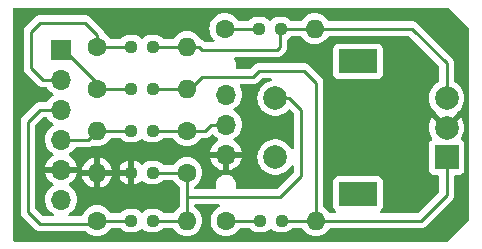
<source format=gbr>
%TF.GenerationSoftware,KiCad,Pcbnew,7.0.2*%
%TF.CreationDate,2023-05-26T20:55:18+09:00*%
%TF.ProjectId,Pmod_encoder,506d6f64-5f65-46e6-936f-6465722e6b69,rev?*%
%TF.SameCoordinates,Original*%
%TF.FileFunction,Copper,L1,Top*%
%TF.FilePolarity,Positive*%
%FSLAX46Y46*%
G04 Gerber Fmt 4.6, Leading zero omitted, Abs format (unit mm)*
G04 Created by KiCad (PCBNEW 7.0.2) date 2023-05-26 20:55:18*
%MOMM*%
%LPD*%
G01*
G04 APERTURE LIST*
G04 Aperture macros list*
%AMRoundRect*
0 Rectangle with rounded corners*
0 $1 Rounding radius*
0 $2 $3 $4 $5 $6 $7 $8 $9 X,Y pos of 4 corners*
0 Add a 4 corners polygon primitive as box body*
4,1,4,$2,$3,$4,$5,$6,$7,$8,$9,$2,$3,0*
0 Add four circle primitives for the rounded corners*
1,1,$1+$1,$2,$3*
1,1,$1+$1,$4,$5*
1,1,$1+$1,$6,$7*
1,1,$1+$1,$8,$9*
0 Add four rect primitives between the rounded corners*
20,1,$1+$1,$2,$3,$4,$5,0*
20,1,$1+$1,$4,$5,$6,$7,0*
20,1,$1+$1,$6,$7,$8,$9,0*
20,1,$1+$1,$8,$9,$2,$3,0*%
G04 Aperture macros list end*
%TA.AperFunction,ComponentPad*%
%ADD10R,1.700000X1.700000*%
%TD*%
%TA.AperFunction,ComponentPad*%
%ADD11O,1.700000X1.700000*%
%TD*%
%TA.AperFunction,ComponentPad*%
%ADD12C,1.600000*%
%TD*%
%TA.AperFunction,SMDPad,CuDef*%
%ADD13RoundRect,0.237500X0.250000X0.237500X-0.250000X0.237500X-0.250000X-0.237500X0.250000X-0.237500X0*%
%TD*%
%TA.AperFunction,ComponentPad*%
%ADD14O,1.600000X1.600000*%
%TD*%
%TA.AperFunction,SMDPad,CuDef*%
%ADD15RoundRect,0.237500X-0.250000X-0.237500X0.250000X-0.237500X0.250000X0.237500X-0.250000X0.237500X0*%
%TD*%
%TA.AperFunction,ComponentPad*%
%ADD16R,2.000000X2.000000*%
%TD*%
%TA.AperFunction,ComponentPad*%
%ADD17C,2.000000*%
%TD*%
%TA.AperFunction,ComponentPad*%
%ADD18R,3.200000X2.000000*%
%TD*%
%TA.AperFunction,ViaPad*%
%ADD19C,0.800000*%
%TD*%
%TA.AperFunction,Conductor*%
%ADD20C,0.250000*%
%TD*%
G04 APERTURE END LIST*
D10*
%TO.P,J1,1,Pin_1*%
%TO.N,Net-(J1-Pin_1)*%
X102624000Y-86868000D03*
D11*
%TO.P,J1,2,Pin_2*%
%TO.N,Net-(J1-Pin_2)*%
X102624000Y-89408000D03*
%TO.P,J1,3,Pin_3*%
%TO.N,Net-(J1-Pin_3)*%
X102624000Y-91948000D03*
%TO.P,J1,4,Pin_4*%
%TO.N,Net-(J1-Pin_4)*%
X102624000Y-94488000D03*
%TO.P,J1,5,Pin_5*%
%TO.N,GND*%
X102624000Y-97028000D03*
%TO.P,J1,6,Pin_6*%
%TO.N,VCC*%
X102624000Y-99568000D03*
%TD*%
D12*
%TO.P,R1,1*%
%TO.N,Net-(SW1-B)*%
X113284000Y-93726000D03*
D13*
X110386500Y-93726000D03*
%TO.P,R1,2*%
%TO.N,Net-(J1-Pin_4)*%
X108561500Y-93726000D03*
D14*
X105664000Y-93726000D03*
%TD*%
D12*
%TO.P,R7,1*%
%TO.N,VCC*%
X116586000Y-101346000D03*
D15*
X119483500Y-101346000D03*
%TO.P,R7,2*%
%TO.N,Net-(R3-Pad2)*%
X121308500Y-101346000D03*
D14*
X124206000Y-101346000D03*
%TD*%
D12*
%TO.P,R4,1*%
%TO.N,Net-(J1-Pin_3)*%
X105664000Y-101346000D03*
D15*
X108561500Y-101346000D03*
%TO.P,R4,2*%
%TO.N,Net-(R4-Pad2)*%
X110386500Y-101346000D03*
D14*
X113284000Y-101346000D03*
%TD*%
D12*
%TO.P,R6,1*%
%TO.N,Net-(R4-Pad2)*%
X113284000Y-97282000D03*
D13*
X110386500Y-97282000D03*
%TO.P,R6,2*%
%TO.N,GND*%
X108561500Y-97282000D03*
D14*
X105664000Y-97282000D03*
%TD*%
D12*
%TO.P,R3,1*%
%TO.N,Net-(J1-Pin_1)*%
X105664000Y-90170000D03*
D15*
X108561500Y-90170000D03*
%TO.P,R3,2*%
%TO.N,Net-(R3-Pad2)*%
X110386500Y-90170000D03*
D14*
X113284000Y-90170000D03*
%TD*%
D12*
%TO.P,R5,1*%
%TO.N,VCC*%
X116482500Y-85090000D03*
D15*
X119380000Y-85090000D03*
%TO.P,R5,2*%
%TO.N,Net-(R2-Pad2)*%
X121205000Y-85090000D03*
D14*
X124102500Y-85090000D03*
%TD*%
D11*
%TO.P,SW1,1,A*%
%TO.N,VCC*%
X116586000Y-90678000D03*
%TO.P,SW1,2,B*%
%TO.N,Net-(SW1-B)*%
X116586000Y-93218000D03*
%TO.P,SW1,3,C*%
%TO.N,GND*%
X116586000Y-95758000D03*
%TD*%
D12*
%TO.P,R2,1*%
%TO.N,Net-(J1-Pin_2)*%
X105664000Y-86614000D03*
D15*
X108561500Y-86614000D03*
%TO.P,R2,2*%
%TO.N,Net-(R2-Pad2)*%
X110386500Y-86614000D03*
D14*
X113284000Y-86614000D03*
%TD*%
D16*
%TO.P,SW2,A,A*%
%TO.N,Net-(R3-Pad2)*%
X135262000Y-95972000D03*
D17*
%TO.P,SW2,B,B*%
%TO.N,Net-(R2-Pad2)*%
X135262000Y-90972000D03*
%TO.P,SW2,C,C*%
%TO.N,GND*%
X135262000Y-93472000D03*
D18*
%TO.P,SW2,MP*%
%TO.N,N/C*%
X127762000Y-99072000D03*
X127762000Y-87872000D03*
D17*
%TO.P,SW2,S1,S1*%
%TO.N,Net-(R4-Pad2)*%
X120762000Y-90972000D03*
%TO.P,SW2,S2,S2*%
%TO.N,VCC*%
X120762000Y-95972000D03*
%TD*%
D19*
%TO.N,GND*%
X109982000Y-84328000D03*
%TD*%
D20*
%TO.N,Net-(J1-Pin_1)*%
X105664000Y-89662000D02*
X105664000Y-90170000D01*
X102870000Y-86868000D02*
X105664000Y-89662000D01*
X102624000Y-86868000D02*
X102870000Y-86868000D01*
X105664000Y-90170000D02*
X108307500Y-90170000D01*
X108307500Y-90170000D02*
X108561500Y-90424000D01*
%TO.N,Net-(J1-Pin_2)*%
X105664000Y-85598000D02*
X105664000Y-86614000D01*
X100076000Y-88392000D02*
X100076000Y-85344000D01*
X108307500Y-86614000D02*
X108561500Y-86868000D01*
X100076000Y-85344000D02*
X100838000Y-84582000D01*
X100838000Y-84582000D02*
X104648000Y-84582000D01*
X104648000Y-84582000D02*
X105664000Y-85598000D01*
X101092000Y-89408000D02*
X100076000Y-88392000D01*
X105664000Y-86614000D02*
X108307500Y-86614000D01*
X102624000Y-89408000D02*
X101092000Y-89408000D01*
%TO.N,Net-(J1-Pin_3)*%
X99822000Y-100584000D02*
X100838000Y-101600000D01*
X102624000Y-91948000D02*
X100838000Y-91948000D01*
X105156000Y-101600000D02*
X105410000Y-101346000D01*
X100838000Y-101600000D02*
X105156000Y-101600000D01*
X99822000Y-92964000D02*
X99822000Y-100584000D01*
X105410000Y-101346000D02*
X108561500Y-101346000D01*
X100838000Y-91948000D02*
X99822000Y-92964000D01*
%TO.N,Net-(J1-Pin_4)*%
X105664000Y-93726000D02*
X108307500Y-93726000D01*
X108307500Y-93726000D02*
X108561500Y-93980000D01*
X104902000Y-94488000D02*
X105664000Y-93726000D01*
X102624000Y-94488000D02*
X104902000Y-94488000D01*
%TO.N,GND*%
X108307500Y-97282000D02*
X108561500Y-97536000D01*
X105664000Y-97536000D02*
X105918000Y-97282000D01*
X105918000Y-97282000D02*
X108307500Y-97282000D01*
%TO.N,VCC*%
X116482500Y-85090000D02*
X119380000Y-85090000D01*
X116586000Y-101346000D02*
X119483500Y-101346000D01*
%TO.N,Net-(SW1-B)*%
X110640500Y-93726000D02*
X114808000Y-93726000D01*
X115316000Y-93218000D02*
X116586000Y-93218000D01*
X114808000Y-93726000D02*
X115316000Y-93218000D01*
X110386500Y-93980000D02*
X110640500Y-93726000D01*
%TO.N,Net-(R2-Pad2)*%
X114300000Y-86614000D02*
X114554000Y-86868000D01*
X121158000Y-85137000D02*
X121205000Y-85090000D01*
X135262000Y-88018000D02*
X135262000Y-90972000D01*
X121158000Y-86614000D02*
X121158000Y-85137000D01*
X124102500Y-85090000D02*
X132334000Y-85090000D01*
X110640500Y-86614000D02*
X114300000Y-86614000D01*
X114554000Y-86868000D02*
X120904000Y-86868000D01*
X121205000Y-85090000D02*
X124102500Y-85090000D01*
X120904000Y-86868000D02*
X121158000Y-86614000D01*
X132334000Y-85090000D02*
X135262000Y-88018000D01*
X110386500Y-86868000D02*
X110640500Y-86614000D01*
%TO.N,Net-(R3-Pad2)*%
X114554000Y-89154000D02*
X118872000Y-89154000D01*
X118872000Y-89154000D02*
X119380000Y-88646000D01*
X110386500Y-90424000D02*
X110640500Y-90170000D01*
X113538000Y-90170000D02*
X114554000Y-89154000D01*
X123190000Y-88646000D02*
X124206000Y-89662000D01*
X119380000Y-88646000D02*
X123190000Y-88646000D01*
X133096000Y-101346000D02*
X135262000Y-99180000D01*
X124206000Y-89662000D02*
X124206000Y-101346000D01*
X124206000Y-101346000D02*
X133096000Y-101346000D01*
X110640500Y-90170000D02*
X113538000Y-90170000D01*
X121308500Y-101346000D02*
X124206000Y-101346000D01*
X135262000Y-99180000D02*
X135262000Y-95972000D01*
%TO.N,Net-(R4-Pad2)*%
X122936000Y-97536000D02*
X122936000Y-91948000D01*
X113284000Y-97282000D02*
X113284000Y-99314000D01*
X121960000Y-90972000D02*
X120762000Y-90972000D01*
X113284000Y-99314000D02*
X121158000Y-99314000D01*
X110640500Y-101346000D02*
X113284000Y-101346000D01*
X110386500Y-97536000D02*
X110640500Y-97282000D01*
X113284000Y-101346000D02*
X113284000Y-99314000D01*
X122936000Y-91948000D02*
X121960000Y-90972000D01*
X110640500Y-97282000D02*
X113284000Y-97282000D01*
X121158000Y-99314000D02*
X122936000Y-97536000D01*
%TD*%
%TA.AperFunction,Conductor*%
%TO.N,GND*%
G36*
X101415812Y-92593185D02*
G01*
X101450345Y-92626373D01*
X101585505Y-92819401D01*
X101752599Y-92986495D01*
X101938160Y-93116426D01*
X101981783Y-93171002D01*
X101988976Y-93240501D01*
X101957454Y-93302855D01*
X101938159Y-93319575D01*
X101752595Y-93449508D01*
X101585505Y-93616598D01*
X101449965Y-93810170D01*
X101350097Y-94024336D01*
X101288936Y-94252592D01*
X101268340Y-94488000D01*
X101288936Y-94723407D01*
X101332750Y-94886921D01*
X101350097Y-94951663D01*
X101449965Y-95165830D01*
X101585505Y-95359401D01*
X101752599Y-95526495D01*
X101938596Y-95656732D01*
X101982219Y-95711307D01*
X101989412Y-95780806D01*
X101957890Y-95843160D01*
X101938595Y-95859880D01*
X101752919Y-95989892D01*
X101585890Y-96156921D01*
X101450400Y-96350421D01*
X101350569Y-96564507D01*
X101293364Y-96777999D01*
X101293364Y-96778000D01*
X102190314Y-96778000D01*
X102164507Y-96818156D01*
X102124000Y-96956111D01*
X102124000Y-97099889D01*
X102164507Y-97237844D01*
X102190314Y-97278000D01*
X101293364Y-97278000D01*
X101350569Y-97491492D01*
X101450399Y-97705576D01*
X101585893Y-97899081D01*
X101752918Y-98066106D01*
X101938595Y-98196119D01*
X101982219Y-98250696D01*
X101989412Y-98320195D01*
X101957890Y-98382549D01*
X101938595Y-98399269D01*
X101752595Y-98529508D01*
X101585505Y-98696598D01*
X101449965Y-98890170D01*
X101350097Y-99104336D01*
X101288936Y-99332592D01*
X101268340Y-99568000D01*
X101288936Y-99803407D01*
X101326009Y-99941764D01*
X101350097Y-100031663D01*
X101449965Y-100245830D01*
X101585505Y-100439401D01*
X101752599Y-100606495D01*
X101946170Y-100742035D01*
X101946173Y-100742036D01*
X101955057Y-100748257D01*
X101952855Y-100751401D01*
X101990202Y-100784277D01*
X102009362Y-100851468D01*
X101989155Y-100918352D01*
X101935995Y-100963693D01*
X101885366Y-100974500D01*
X101148452Y-100974500D01*
X101081413Y-100954815D01*
X101060771Y-100938181D01*
X100483819Y-100361228D01*
X100450334Y-100299905D01*
X100447500Y-100273547D01*
X100447500Y-93274452D01*
X100467185Y-93207413D01*
X100483819Y-93186771D01*
X101060772Y-92609819D01*
X101122095Y-92576334D01*
X101148453Y-92573500D01*
X101348773Y-92573500D01*
X101415812Y-92593185D01*
G37*
%TD.AperFunction*%
%TA.AperFunction,Conductor*%
G36*
X120418135Y-89291185D02*
G01*
X120463890Y-89343989D01*
X120473834Y-89413147D01*
X120444809Y-89476703D01*
X120391359Y-89512781D01*
X120157194Y-89593170D01*
X120157190Y-89593171D01*
X120157190Y-89593172D01*
X120097701Y-89625366D01*
X119938485Y-89711529D01*
X119742259Y-89864259D01*
X119742256Y-89864261D01*
X119742256Y-89864262D01*
X119597798Y-90021185D01*
X119573837Y-90047214D01*
X119437825Y-90255395D01*
X119354002Y-90446494D01*
X119337937Y-90483119D01*
X119304161Y-90616496D01*
X119276891Y-90724183D01*
X119256356Y-90971999D01*
X119276891Y-91219816D01*
X119276891Y-91219819D01*
X119276892Y-91219821D01*
X119337937Y-91460881D01*
X119367644Y-91528605D01*
X119437825Y-91688604D01*
X119437827Y-91688607D01*
X119573836Y-91896785D01*
X119742256Y-92079738D01*
X119742259Y-92079740D01*
X119938485Y-92232470D01*
X119938487Y-92232471D01*
X119938491Y-92232474D01*
X120157190Y-92350828D01*
X120392386Y-92431571D01*
X120637665Y-92472500D01*
X120886335Y-92472500D01*
X121131614Y-92431571D01*
X121366810Y-92350828D01*
X121585509Y-92232474D01*
X121781744Y-92079738D01*
X121886617Y-91965815D01*
X121946503Y-91929825D01*
X122016341Y-91931925D01*
X122065527Y-91962117D01*
X122274181Y-92170771D01*
X122307666Y-92232094D01*
X122310500Y-92258452D01*
X122310499Y-95182241D01*
X122290814Y-95249280D01*
X122238010Y-95295035D01*
X122168852Y-95304979D01*
X122105296Y-95275954D01*
X122082690Y-95250062D01*
X122082179Y-95249280D01*
X121950164Y-95047215D01*
X121781744Y-94864262D01*
X121759612Y-94847036D01*
X121585514Y-94711529D01*
X121585510Y-94711526D01*
X121585509Y-94711526D01*
X121366810Y-94593172D01*
X121366806Y-94593170D01*
X121366805Y-94593170D01*
X121131615Y-94512429D01*
X120886335Y-94471500D01*
X120637665Y-94471500D01*
X120392384Y-94512429D01*
X120157194Y-94593170D01*
X119938485Y-94711529D01*
X119742259Y-94864259D01*
X119742256Y-94864261D01*
X119742256Y-94864262D01*
X119573836Y-95047215D01*
X119553200Y-95078801D01*
X119437825Y-95255395D01*
X119392203Y-95359404D01*
X119337937Y-95483119D01*
X119286532Y-95686111D01*
X119276891Y-95724183D01*
X119256356Y-95972000D01*
X119276891Y-96219816D01*
X119276891Y-96219819D01*
X119276892Y-96219821D01*
X119337937Y-96460881D01*
X119367378Y-96528000D01*
X119437825Y-96688604D01*
X119437827Y-96688607D01*
X119573836Y-96896785D01*
X119742256Y-97079738D01*
X119753686Y-97088634D01*
X119938485Y-97232470D01*
X119938487Y-97232471D01*
X119938491Y-97232474D01*
X120157190Y-97350828D01*
X120392386Y-97431571D01*
X120637665Y-97472500D01*
X120886335Y-97472500D01*
X121131614Y-97431571D01*
X121366810Y-97350828D01*
X121585509Y-97232474D01*
X121781744Y-97079738D01*
X121950164Y-96896785D01*
X122082691Y-96693935D01*
X122135836Y-96648580D01*
X122205068Y-96639156D01*
X122268403Y-96668658D01*
X122305735Y-96727718D01*
X122310499Y-96761758D01*
X122310500Y-97225547D01*
X122290816Y-97292586D01*
X122274181Y-97313228D01*
X120935228Y-98652181D01*
X120873905Y-98685666D01*
X120847547Y-98688500D01*
X117528820Y-98688500D01*
X117461781Y-98668815D01*
X117416026Y-98616011D01*
X117406082Y-98546853D01*
X117408602Y-98537415D01*
X117410329Y-98526879D01*
X117410331Y-98526875D01*
X117440260Y-98344317D01*
X117430245Y-98159593D01*
X117419568Y-98121139D01*
X117380754Y-97981341D01*
X117294100Y-97817896D01*
X117204062Y-97711895D01*
X117174337Y-97676900D01*
X117174336Y-97676899D01*
X117027063Y-97564944D01*
X116859169Y-97487268D01*
X116678497Y-97447500D01*
X116539887Y-97447500D01*
X116536552Y-97447862D01*
X116536546Y-97447863D01*
X116402091Y-97462485D01*
X116226779Y-97521556D01*
X116068262Y-97616931D01*
X115933960Y-97744149D01*
X115830140Y-97897272D01*
X115761669Y-98069121D01*
X115746837Y-98159593D01*
X115732480Y-98247174D01*
X115731740Y-98251685D01*
X115741754Y-98436407D01*
X115768109Y-98531327D01*
X115767077Y-98601189D01*
X115728438Y-98659402D01*
X115664461Y-98687485D01*
X115648629Y-98688500D01*
X114033500Y-98688500D01*
X113966461Y-98668815D01*
X113920706Y-98616011D01*
X113909500Y-98564500D01*
X113909500Y-98496188D01*
X113929185Y-98429149D01*
X113962377Y-98394613D01*
X114036847Y-98342468D01*
X114123139Y-98282047D01*
X114284047Y-98121139D01*
X114414568Y-97934734D01*
X114510739Y-97728496D01*
X114569635Y-97508692D01*
X114589468Y-97282000D01*
X114569635Y-97055308D01*
X114510739Y-96835504D01*
X114414568Y-96629266D01*
X114414439Y-96629081D01*
X114284046Y-96442859D01*
X114123140Y-96281953D01*
X113936735Y-96151432D01*
X113730497Y-96055261D01*
X113510689Y-95996364D01*
X113283999Y-95976531D01*
X113057310Y-95996364D01*
X112837502Y-96055261D01*
X112631264Y-96151432D01*
X112444859Y-96281953D01*
X112283953Y-96442859D01*
X112171387Y-96603623D01*
X112116811Y-96647248D01*
X112069812Y-96656500D01*
X111333481Y-96656500D01*
X111266442Y-96636815D01*
X111227941Y-96597595D01*
X111219530Y-96583959D01*
X111219340Y-96583650D01*
X111219339Y-96583649D01*
X111219338Y-96583647D01*
X111097352Y-96461661D01*
X110950515Y-96371091D01*
X110786753Y-96316825D01*
X110688809Y-96306819D01*
X110688790Y-96306818D01*
X110685677Y-96306500D01*
X110682528Y-96306500D01*
X110090473Y-96306500D01*
X110090453Y-96306500D01*
X110087324Y-96306501D01*
X110084192Y-96306820D01*
X110084190Y-96306821D01*
X109986247Y-96316825D01*
X109822484Y-96371091D01*
X109675649Y-96461660D01*
X109561327Y-96575982D01*
X109500004Y-96609466D01*
X109430312Y-96604482D01*
X109385965Y-96575981D01*
X109272040Y-96462056D01*
X109125301Y-96371546D01*
X108961651Y-96317318D01*
X108863777Y-96307319D01*
X108857500Y-96307000D01*
X108811500Y-96307000D01*
X108811500Y-98256999D01*
X108857497Y-98256999D01*
X108863779Y-98256678D01*
X108961650Y-98246681D01*
X109125301Y-98192453D01*
X109272037Y-98101944D01*
X109385964Y-97988018D01*
X109447287Y-97954533D01*
X109516979Y-97959517D01*
X109561327Y-97988018D01*
X109675647Y-98102338D01*
X109822484Y-98192908D01*
X109986246Y-98247174D01*
X110084190Y-98257180D01*
X110084191Y-98257180D01*
X110087323Y-98257500D01*
X110685676Y-98257499D01*
X110786753Y-98247174D01*
X110950516Y-98192908D01*
X111097350Y-98102340D01*
X111219340Y-97980350D01*
X111227941Y-97966404D01*
X111279889Y-97919679D01*
X111333481Y-97907500D01*
X112069812Y-97907500D01*
X112136851Y-97927185D01*
X112171387Y-97960377D01*
X112283953Y-98121140D01*
X112444859Y-98282046D01*
X112605622Y-98394612D01*
X112649247Y-98449188D01*
X112658499Y-98496187D01*
X112658500Y-99234980D01*
X112658500Y-99243151D01*
X112656304Y-99266385D01*
X112654772Y-99274413D01*
X112658254Y-99329759D01*
X112658499Y-99337544D01*
X112658499Y-100131813D01*
X112638814Y-100198852D01*
X112605622Y-100233388D01*
X112444859Y-100345953D01*
X112283953Y-100506859D01*
X112171387Y-100667623D01*
X112116811Y-100711248D01*
X112069812Y-100720500D01*
X111333481Y-100720500D01*
X111266442Y-100700815D01*
X111227941Y-100661595D01*
X111219338Y-100647647D01*
X111097352Y-100525661D01*
X110950515Y-100435091D01*
X110786753Y-100380825D01*
X110688809Y-100370819D01*
X110688790Y-100370818D01*
X110685677Y-100370500D01*
X110682528Y-100370500D01*
X110090473Y-100370500D01*
X110090453Y-100370500D01*
X110087324Y-100370501D01*
X110084192Y-100370820D01*
X110084190Y-100370821D01*
X109986247Y-100380825D01*
X109822484Y-100435091D01*
X109675649Y-100525660D01*
X109561681Y-100639628D01*
X109500358Y-100673112D01*
X109430666Y-100668128D01*
X109386319Y-100639628D01*
X109272350Y-100525660D01*
X109125515Y-100435091D01*
X108961753Y-100380825D01*
X108863809Y-100370819D01*
X108863790Y-100370818D01*
X108860677Y-100370500D01*
X108857528Y-100370500D01*
X108265473Y-100370500D01*
X108265453Y-100370500D01*
X108262324Y-100370501D01*
X108259192Y-100370820D01*
X108259190Y-100370821D01*
X108161247Y-100380825D01*
X107997484Y-100435091D01*
X107850647Y-100525661D01*
X107728661Y-100647647D01*
X107720059Y-100661595D01*
X107668111Y-100708321D01*
X107614519Y-100720500D01*
X106878188Y-100720500D01*
X106811149Y-100700815D01*
X106776613Y-100667623D01*
X106664046Y-100506859D01*
X106503140Y-100345953D01*
X106316735Y-100215432D01*
X106110497Y-100119261D01*
X105890689Y-100060364D01*
X105664000Y-100040531D01*
X105437310Y-100060364D01*
X105217502Y-100119261D01*
X105011264Y-100215432D01*
X104824859Y-100345953D01*
X104663953Y-100506859D01*
X104533432Y-100693264D01*
X104435675Y-100902905D01*
X104389502Y-100955344D01*
X104323293Y-100974500D01*
X103362634Y-100974500D01*
X103295595Y-100954815D01*
X103249840Y-100902011D01*
X103239896Y-100832853D01*
X103268921Y-100769297D01*
X103294276Y-100750161D01*
X103292943Y-100748257D01*
X103301826Y-100742036D01*
X103301830Y-100742035D01*
X103495401Y-100606495D01*
X103662495Y-100439401D01*
X103798035Y-100245830D01*
X103897903Y-100031663D01*
X103959063Y-99803408D01*
X103979659Y-99568000D01*
X103959063Y-99332592D01*
X103897903Y-99104337D01*
X103798035Y-98890171D01*
X103662495Y-98696599D01*
X103495401Y-98529505D01*
X103309402Y-98399267D01*
X103265780Y-98344692D01*
X103258587Y-98275193D01*
X103290109Y-98212839D01*
X103309405Y-98196119D01*
X103495078Y-98066109D01*
X103662106Y-97899081D01*
X103797600Y-97705576D01*
X103878541Y-97532000D01*
X104385128Y-97532000D01*
X104437733Y-97728326D01*
X104533865Y-97934480D01*
X104664341Y-98120819D01*
X104825180Y-98281658D01*
X105011519Y-98412134D01*
X105217673Y-98508266D01*
X105413999Y-98560871D01*
X105414000Y-98560871D01*
X105414000Y-97597686D01*
X105425955Y-97609641D01*
X105538852Y-97667165D01*
X105632519Y-97682000D01*
X105695481Y-97682000D01*
X105789148Y-97667165D01*
X105902045Y-97609641D01*
X105914000Y-97597686D01*
X105914000Y-98560871D01*
X106110326Y-98508266D01*
X106316480Y-98412134D01*
X106502819Y-98281658D01*
X106663658Y-98120819D01*
X106794134Y-97934480D01*
X106890266Y-97728326D01*
X106942872Y-97532000D01*
X107574001Y-97532000D01*
X107574001Y-97565497D01*
X107574321Y-97571779D01*
X107584318Y-97669650D01*
X107638546Y-97833301D01*
X107729056Y-97980040D01*
X107850959Y-98101943D01*
X107997698Y-98192453D01*
X108161348Y-98246681D01*
X108259203Y-98256678D01*
X108265520Y-98256999D01*
X108311499Y-98256999D01*
X108311500Y-98256998D01*
X108311500Y-97532000D01*
X107574001Y-97532000D01*
X106942872Y-97532000D01*
X105979686Y-97532000D01*
X105991641Y-97520045D01*
X106049165Y-97407148D01*
X106068986Y-97282000D01*
X106049165Y-97156852D01*
X105991641Y-97043955D01*
X105979686Y-97032000D01*
X106942872Y-97032000D01*
X107574000Y-97032000D01*
X108311500Y-97032000D01*
X108311500Y-96307000D01*
X108265503Y-96307000D01*
X108259219Y-96307321D01*
X108161349Y-96317318D01*
X107997698Y-96371546D01*
X107850959Y-96462056D01*
X107729056Y-96583959D01*
X107638546Y-96730698D01*
X107584318Y-96894348D01*
X107574319Y-96992222D01*
X107574000Y-96998500D01*
X107574000Y-97032000D01*
X106942872Y-97032000D01*
X106942871Y-97031999D01*
X106890266Y-96835673D01*
X106794134Y-96629519D01*
X106663658Y-96443180D01*
X106502819Y-96282341D01*
X106316480Y-96151865D01*
X106110326Y-96055733D01*
X105914000Y-96003126D01*
X105914000Y-96966314D01*
X105902045Y-96954359D01*
X105789148Y-96896835D01*
X105695481Y-96882000D01*
X105632519Y-96882000D01*
X105538852Y-96896835D01*
X105425955Y-96954359D01*
X105413999Y-96966314D01*
X105413999Y-96003127D01*
X105413999Y-96003126D01*
X105217673Y-96055733D01*
X105011519Y-96151865D01*
X104825180Y-96282341D01*
X104664341Y-96443180D01*
X104533865Y-96629519D01*
X104437733Y-96835673D01*
X104385128Y-97031999D01*
X104385128Y-97032000D01*
X105348314Y-97032000D01*
X105336359Y-97043955D01*
X105278835Y-97156852D01*
X105259014Y-97282000D01*
X105278835Y-97407148D01*
X105336359Y-97520045D01*
X105348314Y-97532000D01*
X104385128Y-97532000D01*
X103878541Y-97532000D01*
X103897430Y-97491492D01*
X103954636Y-97278000D01*
X103057686Y-97278000D01*
X103083493Y-97237844D01*
X103124000Y-97099889D01*
X103124000Y-96956111D01*
X103083493Y-96818156D01*
X103057686Y-96778000D01*
X103954636Y-96778000D01*
X103954635Y-96777999D01*
X103897430Y-96564507D01*
X103797599Y-96350421D01*
X103662109Y-96156921D01*
X103495081Y-95989893D01*
X103309404Y-95859880D01*
X103265780Y-95805303D01*
X103258587Y-95735804D01*
X103290109Y-95673450D01*
X103309399Y-95656734D01*
X103495401Y-95526495D01*
X103662495Y-95359401D01*
X103797653Y-95166374D01*
X103852229Y-95122752D01*
X103899227Y-95113500D01*
X104819256Y-95113500D01*
X104839762Y-95115764D01*
X104842665Y-95115672D01*
X104842667Y-95115673D01*
X104909872Y-95113561D01*
X104913768Y-95113500D01*
X104937448Y-95113500D01*
X104941350Y-95113500D01*
X104945313Y-95112999D01*
X104956962Y-95112080D01*
X105000627Y-95110709D01*
X105019859Y-95105120D01*
X105038918Y-95101174D01*
X105045196Y-95100381D01*
X105058792Y-95098664D01*
X105099407Y-95082582D01*
X105110444Y-95078803D01*
X105152390Y-95066618D01*
X105169629Y-95056422D01*
X105187102Y-95047862D01*
X105205732Y-95040486D01*
X105241064Y-95014814D01*
X105250820Y-95008405D01*
X105260344Y-95002773D01*
X105328065Y-94985590D01*
X105355553Y-94989729D01*
X105437308Y-95011635D01*
X105664000Y-95031468D01*
X105890692Y-95011635D01*
X106110496Y-94952739D01*
X106316734Y-94856568D01*
X106503139Y-94726047D01*
X106664047Y-94565139D01*
X106729764Y-94471284D01*
X106776613Y-94404377D01*
X106831189Y-94360752D01*
X106878188Y-94351500D01*
X107614519Y-94351500D01*
X107681558Y-94371185D01*
X107720059Y-94410405D01*
X107728661Y-94424352D01*
X107850647Y-94546338D01*
X107850649Y-94546339D01*
X107850650Y-94546340D01*
X107926577Y-94593172D01*
X107997484Y-94636908D01*
X108161246Y-94691174D01*
X108259190Y-94701180D01*
X108259191Y-94701180D01*
X108262323Y-94701500D01*
X108860676Y-94701499D01*
X108961753Y-94691174D01*
X109125516Y-94636908D01*
X109272350Y-94546340D01*
X109326787Y-94491903D01*
X109386319Y-94432372D01*
X109447642Y-94398887D01*
X109517334Y-94403871D01*
X109561681Y-94432372D01*
X109675647Y-94546338D01*
X109675649Y-94546339D01*
X109675650Y-94546340D01*
X109751577Y-94593172D01*
X109822484Y-94636908D01*
X109986246Y-94691174D01*
X110084190Y-94701180D01*
X110084191Y-94701180D01*
X110087323Y-94701500D01*
X110685676Y-94701499D01*
X110786753Y-94691174D01*
X110950516Y-94636908D01*
X111097350Y-94546340D01*
X111219340Y-94424350D01*
X111227941Y-94410404D01*
X111279889Y-94363679D01*
X111333481Y-94351500D01*
X112069812Y-94351500D01*
X112136851Y-94371185D01*
X112171387Y-94404377D01*
X112283953Y-94565140D01*
X112444859Y-94726046D01*
X112631264Y-94856567D01*
X112631265Y-94856567D01*
X112631266Y-94856568D01*
X112837504Y-94952739D01*
X113057308Y-95011635D01*
X113208435Y-95024857D01*
X113283999Y-95031468D01*
X113283999Y-95031467D01*
X113284000Y-95031468D01*
X113510692Y-95011635D01*
X113730496Y-94952739D01*
X113936734Y-94856568D01*
X114123139Y-94726047D01*
X114284047Y-94565139D01*
X114349764Y-94471284D01*
X114396613Y-94404377D01*
X114451189Y-94360752D01*
X114498188Y-94351500D01*
X114725256Y-94351500D01*
X114745762Y-94353764D01*
X114748665Y-94353672D01*
X114748667Y-94353673D01*
X114815872Y-94351561D01*
X114819768Y-94351500D01*
X114843448Y-94351500D01*
X114847350Y-94351500D01*
X114851313Y-94350999D01*
X114862962Y-94350080D01*
X114906627Y-94348709D01*
X114925859Y-94343120D01*
X114944918Y-94339174D01*
X114951196Y-94338381D01*
X114964792Y-94336664D01*
X115005407Y-94320582D01*
X115016444Y-94316803D01*
X115058390Y-94304618D01*
X115075629Y-94294422D01*
X115093102Y-94285862D01*
X115111732Y-94278486D01*
X115147064Y-94252814D01*
X115156830Y-94246400D01*
X115194418Y-94224171D01*
X115194417Y-94224171D01*
X115194420Y-94224170D01*
X115208585Y-94210004D01*
X115223373Y-94197373D01*
X115239587Y-94185594D01*
X115267429Y-94151938D01*
X115275281Y-94143307D01*
X115353102Y-94065486D01*
X115414421Y-94032004D01*
X115484113Y-94036988D01*
X115540047Y-94078859D01*
X115542352Y-94082043D01*
X115547503Y-94089399D01*
X115547505Y-94089400D01*
X115547505Y-94089401D01*
X115714599Y-94256495D01*
X115900596Y-94386732D01*
X115944219Y-94441307D01*
X115951412Y-94510806D01*
X115919890Y-94573160D01*
X115900595Y-94589880D01*
X115714919Y-94719892D01*
X115547890Y-94886921D01*
X115412400Y-95080421D01*
X115312569Y-95294507D01*
X115255364Y-95507999D01*
X115255364Y-95508000D01*
X116152314Y-95508000D01*
X116126507Y-95548156D01*
X116086000Y-95686111D01*
X116086000Y-95829889D01*
X116126507Y-95967844D01*
X116152314Y-96008000D01*
X115255364Y-96008000D01*
X115312569Y-96221492D01*
X115412399Y-96435576D01*
X115547893Y-96629081D01*
X115714918Y-96796106D01*
X115908423Y-96931600D01*
X116122509Y-97031430D01*
X116336000Y-97088634D01*
X116336000Y-96193501D01*
X116443685Y-96242680D01*
X116550237Y-96258000D01*
X116621763Y-96258000D01*
X116728315Y-96242680D01*
X116835999Y-96193501D01*
X116835999Y-97088633D01*
X117049491Y-97031430D01*
X117263576Y-96931600D01*
X117457081Y-96796106D01*
X117624106Y-96629081D01*
X117759600Y-96435576D01*
X117859430Y-96221492D01*
X117916636Y-96008000D01*
X117019686Y-96008000D01*
X117045493Y-95967844D01*
X117086000Y-95829889D01*
X117086000Y-95686111D01*
X117045493Y-95548156D01*
X117019686Y-95508000D01*
X117916636Y-95508000D01*
X117916635Y-95507999D01*
X117859430Y-95294507D01*
X117759599Y-95080421D01*
X117624109Y-94886921D01*
X117457081Y-94719893D01*
X117271404Y-94589880D01*
X117227780Y-94535303D01*
X117220587Y-94465804D01*
X117252109Y-94403450D01*
X117271399Y-94386734D01*
X117457401Y-94256495D01*
X117624495Y-94089401D01*
X117760035Y-93895830D01*
X117859903Y-93681663D01*
X117921063Y-93453408D01*
X117941659Y-93218000D01*
X117921063Y-92982592D01*
X117859903Y-92754337D01*
X117760035Y-92540171D01*
X117624495Y-92346599D01*
X117457401Y-92179505D01*
X117271839Y-92049573D01*
X117228216Y-91994998D01*
X117221022Y-91925500D01*
X117252545Y-91863145D01*
X117271837Y-91846428D01*
X117457401Y-91716495D01*
X117624495Y-91549401D01*
X117760035Y-91355830D01*
X117859903Y-91141663D01*
X117921063Y-90913408D01*
X117941659Y-90678000D01*
X117921063Y-90442592D01*
X117859903Y-90214337D01*
X117760035Y-90000171D01*
X117742145Y-89974621D01*
X117719819Y-89908417D01*
X117736829Y-89840650D01*
X117787777Y-89792837D01*
X117843721Y-89779500D01*
X118789256Y-89779500D01*
X118809762Y-89781764D01*
X118812665Y-89781672D01*
X118812667Y-89781673D01*
X118879872Y-89779561D01*
X118883768Y-89779500D01*
X118907448Y-89779500D01*
X118911350Y-89779500D01*
X118915313Y-89778999D01*
X118926962Y-89778080D01*
X118970627Y-89776709D01*
X118989859Y-89771120D01*
X119008918Y-89767174D01*
X119015196Y-89766381D01*
X119028792Y-89764664D01*
X119069407Y-89748582D01*
X119080444Y-89744803D01*
X119122390Y-89732618D01*
X119139629Y-89722422D01*
X119157102Y-89713862D01*
X119175732Y-89706486D01*
X119211064Y-89680814D01*
X119220830Y-89674400D01*
X119258418Y-89652171D01*
X119258417Y-89652171D01*
X119258420Y-89652170D01*
X119272585Y-89638004D01*
X119287373Y-89625373D01*
X119303587Y-89613594D01*
X119331433Y-89579932D01*
X119339274Y-89571314D01*
X119553041Y-89357548D01*
X119602773Y-89307818D01*
X119664097Y-89274334D01*
X119690454Y-89271500D01*
X120351096Y-89271500D01*
X120418135Y-89291185D01*
G37*
%TD.AperFunction*%
%TA.AperFunction,Conductor*%
G36*
X122955351Y-85735185D02*
G01*
X122989887Y-85768377D01*
X123102453Y-85929140D01*
X123263359Y-86090046D01*
X123449764Y-86220567D01*
X123449765Y-86220567D01*
X123449766Y-86220568D01*
X123656004Y-86316739D01*
X123875808Y-86375635D01*
X124009231Y-86387308D01*
X124102499Y-86395468D01*
X124102499Y-86395467D01*
X124102500Y-86395468D01*
X124329192Y-86375635D01*
X124548996Y-86316739D01*
X124755234Y-86220568D01*
X124941639Y-86090047D01*
X125102547Y-85929139D01*
X125215112Y-85768377D01*
X125269689Y-85724752D01*
X125316688Y-85715500D01*
X132023548Y-85715500D01*
X132090587Y-85735185D01*
X132111229Y-85751819D01*
X134600182Y-88240772D01*
X134633666Y-88302093D01*
X134636500Y-88328451D01*
X134636500Y-89530480D01*
X134616815Y-89597519D01*
X134571518Y-89639534D01*
X134438490Y-89711526D01*
X134242259Y-89864259D01*
X134242256Y-89864261D01*
X134242256Y-89864262D01*
X134097798Y-90021185D01*
X134073837Y-90047214D01*
X133937825Y-90255395D01*
X133854002Y-90446494D01*
X133837937Y-90483119D01*
X133804161Y-90616496D01*
X133776891Y-90724183D01*
X133756356Y-90971999D01*
X133776891Y-91219816D01*
X133776891Y-91219819D01*
X133776892Y-91219821D01*
X133837937Y-91460881D01*
X133867644Y-91528605D01*
X133937825Y-91688604D01*
X133937827Y-91688607D01*
X134073836Y-91896785D01*
X134209325Y-92043965D01*
X134242259Y-92079741D01*
X134343374Y-92158442D01*
X134384187Y-92215152D01*
X134388300Y-92244748D01*
X135129466Y-92985913D01*
X135119685Y-92987320D01*
X134988900Y-93047048D01*
X134880239Y-93141202D01*
X134802507Y-93262156D01*
X134778923Y-93342475D01*
X134038564Y-92602116D01*
X133938266Y-92755634D01*
X133838413Y-92983278D01*
X133777386Y-93224267D01*
X133756858Y-93472000D01*
X133777386Y-93719732D01*
X133838413Y-93960721D01*
X133938268Y-94188370D01*
X134050484Y-94360128D01*
X134070672Y-94427018D01*
X134051493Y-94494203D01*
X134020987Y-94527217D01*
X133904454Y-94614453D01*
X133818204Y-94729668D01*
X133767910Y-94864515D01*
X133767909Y-94864517D01*
X133761500Y-94924127D01*
X133761500Y-94927448D01*
X133761500Y-94927449D01*
X133761500Y-97016560D01*
X133761500Y-97016578D01*
X133761501Y-97019872D01*
X133761853Y-97023152D01*
X133761854Y-97023159D01*
X133767909Y-97079484D01*
X133771322Y-97088634D01*
X133818204Y-97214331D01*
X133904454Y-97329546D01*
X134019669Y-97415796D01*
X134154517Y-97466091D01*
X134214127Y-97472500D01*
X134512500Y-97472499D01*
X134579539Y-97492183D01*
X134625294Y-97544987D01*
X134636500Y-97596499D01*
X134636500Y-98869546D01*
X134616815Y-98936585D01*
X134600181Y-98957227D01*
X132873228Y-100684181D01*
X132811905Y-100717666D01*
X132785547Y-100720500D01*
X129703438Y-100720500D01*
X129636399Y-100700815D01*
X129590644Y-100648011D01*
X129580700Y-100578853D01*
X129609725Y-100515297D01*
X129629123Y-100497236D01*
X129719546Y-100429546D01*
X129805796Y-100314331D01*
X129856091Y-100179483D01*
X129862500Y-100119873D01*
X129862499Y-98024128D01*
X129856091Y-97964517D01*
X129805796Y-97829669D01*
X129719546Y-97714454D01*
X129604331Y-97628204D01*
X129469483Y-97577909D01*
X129409873Y-97571500D01*
X129406550Y-97571500D01*
X126117439Y-97571500D01*
X126117420Y-97571500D01*
X126114128Y-97571501D01*
X126110848Y-97571853D01*
X126110840Y-97571854D01*
X126054515Y-97577909D01*
X125919669Y-97628204D01*
X125804454Y-97714454D01*
X125718204Y-97829668D01*
X125667909Y-97964516D01*
X125667175Y-97971348D01*
X125661500Y-98024127D01*
X125661500Y-98027448D01*
X125661500Y-98027449D01*
X125661500Y-100116560D01*
X125661500Y-100116578D01*
X125661501Y-100119872D01*
X125661853Y-100123152D01*
X125661854Y-100123159D01*
X125664170Y-100144703D01*
X125667909Y-100179483D01*
X125718204Y-100314331D01*
X125804454Y-100429546D01*
X125894874Y-100497234D01*
X125936744Y-100553167D01*
X125941728Y-100622858D01*
X125908243Y-100684181D01*
X125846920Y-100717666D01*
X125820562Y-100720500D01*
X125420188Y-100720500D01*
X125353149Y-100700815D01*
X125318613Y-100667623D01*
X125206046Y-100506859D01*
X125045140Y-100345953D01*
X124884377Y-100233387D01*
X124840752Y-100178811D01*
X124831500Y-100131812D01*
X124831500Y-89744743D01*
X124833764Y-89724239D01*
X124833206Y-89706486D01*
X124831561Y-89654111D01*
X124831500Y-89650217D01*
X124831500Y-89626540D01*
X124831500Y-89622650D01*
X124830998Y-89618677D01*
X124830080Y-89607018D01*
X124829885Y-89600799D01*
X124828709Y-89563373D01*
X124823120Y-89544140D01*
X124819174Y-89525082D01*
X124816664Y-89505206D01*
X124800588Y-89464604D01*
X124796804Y-89453553D01*
X124790881Y-89433168D01*
X124784618Y-89411610D01*
X124774414Y-89394355D01*
X124765861Y-89376895D01*
X124764121Y-89372500D01*
X124758486Y-89358268D01*
X124732808Y-89322925D01*
X124726401Y-89313171D01*
X124723235Y-89307818D01*
X124704170Y-89275580D01*
X124690006Y-89261416D01*
X124677367Y-89246617D01*
X124665595Y-89230413D01*
X124631941Y-89202573D01*
X124623299Y-89194709D01*
X124345168Y-88916578D01*
X125661500Y-88916578D01*
X125661501Y-88919872D01*
X125661853Y-88923152D01*
X125661854Y-88923159D01*
X125667909Y-88979484D01*
X125690411Y-89039814D01*
X125718204Y-89114331D01*
X125804454Y-89229546D01*
X125919669Y-89315796D01*
X126054517Y-89366091D01*
X126114127Y-89372500D01*
X129409872Y-89372499D01*
X129469483Y-89366091D01*
X129604331Y-89315796D01*
X129719546Y-89229546D01*
X129805796Y-89114331D01*
X129856091Y-88979483D01*
X129862500Y-88919873D01*
X129862499Y-86824128D01*
X129856091Y-86764517D01*
X129805796Y-86629669D01*
X129719546Y-86514454D01*
X129604331Y-86428204D01*
X129469483Y-86377909D01*
X129409873Y-86371500D01*
X129406550Y-86371500D01*
X126117439Y-86371500D01*
X126117420Y-86371500D01*
X126114128Y-86371501D01*
X126110848Y-86371853D01*
X126110840Y-86371854D01*
X126054515Y-86377909D01*
X125919669Y-86428204D01*
X125804454Y-86514454D01*
X125718204Y-86629668D01*
X125667910Y-86764515D01*
X125667909Y-86764517D01*
X125661500Y-86824127D01*
X125661500Y-86827448D01*
X125661500Y-86827449D01*
X125661500Y-88916560D01*
X125661500Y-88916578D01*
X124345168Y-88916578D01*
X123690802Y-88262211D01*
X123677906Y-88246113D01*
X123626775Y-88198098D01*
X123623978Y-88195387D01*
X123607227Y-88178636D01*
X123604471Y-88175880D01*
X123601290Y-88173412D01*
X123592422Y-88165837D01*
X123560582Y-88135938D01*
X123543024Y-88126285D01*
X123526764Y-88115604D01*
X123510936Y-88103327D01*
X123470851Y-88085980D01*
X123460361Y-88080841D01*
X123422091Y-88059802D01*
X123402691Y-88054821D01*
X123384284Y-88048519D01*
X123365897Y-88040562D01*
X123322758Y-88033729D01*
X123311324Y-88031361D01*
X123269019Y-88020500D01*
X123248984Y-88020500D01*
X123229586Y-88018973D01*
X123222162Y-88017797D01*
X123209805Y-88015840D01*
X123209804Y-88015840D01*
X123183484Y-88018328D01*
X123166325Y-88019950D01*
X123154656Y-88020500D01*
X119462740Y-88020500D01*
X119442236Y-88018236D01*
X119372144Y-88020439D01*
X119368250Y-88020500D01*
X119340650Y-88020500D01*
X119336789Y-88020987D01*
X119336778Y-88020988D01*
X119336645Y-88021005D01*
X119325029Y-88021918D01*
X119281368Y-88023290D01*
X119262129Y-88028880D01*
X119243080Y-88032825D01*
X119223208Y-88035335D01*
X119182593Y-88051415D01*
X119171549Y-88055196D01*
X119129611Y-88067382D01*
X119112364Y-88077581D01*
X119094900Y-88086136D01*
X119076267Y-88093514D01*
X119040926Y-88119189D01*
X119031168Y-88125599D01*
X118993579Y-88147829D01*
X118979410Y-88161998D01*
X118964622Y-88174628D01*
X118948410Y-88186407D01*
X118920570Y-88220059D01*
X118912710Y-88228697D01*
X118649226Y-88492182D01*
X118587906Y-88525666D01*
X118561547Y-88528500D01*
X117528820Y-88528500D01*
X117461781Y-88508815D01*
X117416026Y-88456011D01*
X117406082Y-88386853D01*
X117408602Y-88377415D01*
X117410329Y-88366879D01*
X117410331Y-88366875D01*
X117440260Y-88184317D01*
X117430245Y-87999593D01*
X117425511Y-87982544D01*
X117380754Y-87821341D01*
X117368195Y-87797653D01*
X117303476Y-87675582D01*
X117289466Y-87607133D01*
X117314687Y-87541974D01*
X117371131Y-87500794D01*
X117413032Y-87493500D01*
X120821256Y-87493500D01*
X120841762Y-87495764D01*
X120844665Y-87495672D01*
X120844667Y-87495673D01*
X120911872Y-87493561D01*
X120915768Y-87493500D01*
X120939448Y-87493500D01*
X120943350Y-87493500D01*
X120947313Y-87492999D01*
X120958962Y-87492080D01*
X121002627Y-87490709D01*
X121021859Y-87485120D01*
X121040918Y-87481174D01*
X121048099Y-87480267D01*
X121060792Y-87478664D01*
X121101407Y-87462582D01*
X121112444Y-87458803D01*
X121154390Y-87446618D01*
X121171629Y-87436422D01*
X121189102Y-87427862D01*
X121207732Y-87420486D01*
X121243064Y-87394814D01*
X121252830Y-87388400D01*
X121290418Y-87366171D01*
X121290417Y-87366171D01*
X121290420Y-87366170D01*
X121304585Y-87352004D01*
X121319373Y-87339373D01*
X121335587Y-87327594D01*
X121363437Y-87293927D01*
X121371278Y-87285310D01*
X121541788Y-87114801D01*
X121557887Y-87101904D01*
X121559874Y-87099787D01*
X121559877Y-87099786D01*
X121605935Y-87050738D01*
X121608550Y-87048039D01*
X121628120Y-87028471D01*
X121630585Y-87025292D01*
X121638167Y-87016416D01*
X121668062Y-86984582D01*
X121677717Y-86967018D01*
X121688394Y-86950764D01*
X121700673Y-86934936D01*
X121718018Y-86894852D01*
X121723160Y-86884356D01*
X121744197Y-86846092D01*
X121749179Y-86826684D01*
X121755481Y-86808280D01*
X121763437Y-86789896D01*
X121770269Y-86746752D01*
X121772637Y-86735326D01*
X121783500Y-86693021D01*
X121783499Y-86672992D01*
X121785025Y-86653590D01*
X121788160Y-86633804D01*
X121784050Y-86590324D01*
X121783500Y-86578655D01*
X121783500Y-86061181D01*
X121803185Y-85994142D01*
X121842404Y-85955642D01*
X121877501Y-85933994D01*
X121915850Y-85910340D01*
X122037840Y-85788350D01*
X122046441Y-85774404D01*
X122098389Y-85727679D01*
X122151981Y-85715500D01*
X122888312Y-85715500D01*
X122955351Y-85735185D01*
G37*
%TD.AperFunction*%
%TA.AperFunction,Conductor*%
G36*
X135397469Y-83332185D02*
G01*
X135418111Y-83348819D01*
X137123181Y-85053888D01*
X137156666Y-85115211D01*
X137159500Y-85141569D01*
X137159500Y-101294428D01*
X137139815Y-101361467D01*
X137123181Y-101382109D01*
X135418110Y-103087181D01*
X135356787Y-103120666D01*
X135330429Y-103123500D01*
X98676500Y-103123500D01*
X98609461Y-103103815D01*
X98563706Y-103051011D01*
X98552500Y-102999500D01*
X98552500Y-92944196D01*
X99191840Y-92944196D01*
X99195838Y-92986491D01*
X99195950Y-92987673D01*
X99196500Y-92999343D01*
X99196500Y-100501256D01*
X99194235Y-100521766D01*
X99196439Y-100591872D01*
X99196500Y-100595767D01*
X99196500Y-100623350D01*
X99196988Y-100627219D01*
X99196989Y-100627225D01*
X99197004Y-100627343D01*
X99197918Y-100638967D01*
X99199290Y-100682626D01*
X99204879Y-100701860D01*
X99208825Y-100720916D01*
X99211335Y-100740792D01*
X99227414Y-100781404D01*
X99231197Y-100792451D01*
X99243382Y-100834391D01*
X99253580Y-100851635D01*
X99262136Y-100869100D01*
X99269514Y-100887732D01*
X99269515Y-100887733D01*
X99295180Y-100923059D01*
X99301593Y-100932822D01*
X99323826Y-100970416D01*
X99323829Y-100970419D01*
X99323830Y-100970420D01*
X99337995Y-100984585D01*
X99350627Y-100999375D01*
X99362406Y-101015587D01*
X99396058Y-101043426D01*
X99404699Y-101051289D01*
X100337196Y-101983787D01*
X100350096Y-101999888D01*
X100401223Y-102047900D01*
X100404020Y-102050611D01*
X100423529Y-102070120D01*
X100426709Y-102072587D01*
X100435571Y-102080155D01*
X100467418Y-102110062D01*
X100484972Y-102119712D01*
X100501236Y-102130396D01*
X100512972Y-102139499D01*
X100517064Y-102142673D01*
X100541909Y-102153424D01*
X100557152Y-102160021D01*
X100567631Y-102165154D01*
X100605908Y-102186197D01*
X100625306Y-102191177D01*
X100643708Y-102197477D01*
X100662104Y-102205438D01*
X100705261Y-102212273D01*
X100716664Y-102214634D01*
X100758981Y-102225500D01*
X100779016Y-102225500D01*
X100798413Y-102227026D01*
X100818196Y-102230160D01*
X100861674Y-102226050D01*
X100873344Y-102225500D01*
X104652952Y-102225500D01*
X104719991Y-102245185D01*
X104740628Y-102261814D01*
X104789988Y-102311174D01*
X104824863Y-102346049D01*
X105011264Y-102476567D01*
X105011265Y-102476567D01*
X105011266Y-102476568D01*
X105217504Y-102572739D01*
X105437308Y-102631635D01*
X105664000Y-102651468D01*
X105890692Y-102631635D01*
X106110496Y-102572739D01*
X106316734Y-102476568D01*
X106503139Y-102346047D01*
X106664047Y-102185139D01*
X106742923Y-102072492D01*
X106776613Y-102024377D01*
X106831189Y-101980752D01*
X106878188Y-101971500D01*
X107614519Y-101971500D01*
X107681558Y-101991185D01*
X107720059Y-102030405D01*
X107728661Y-102044352D01*
X107850647Y-102166338D01*
X107850649Y-102166339D01*
X107850650Y-102166340D01*
X107946564Y-102225500D01*
X107997484Y-102256908D01*
X108161246Y-102311174D01*
X108259190Y-102321180D01*
X108259191Y-102321180D01*
X108262323Y-102321500D01*
X108860676Y-102321499D01*
X108961753Y-102311174D01*
X109125516Y-102256908D01*
X109272350Y-102166340D01*
X109386319Y-102052370D01*
X109447640Y-102018887D01*
X109517332Y-102023871D01*
X109561680Y-102052371D01*
X109619371Y-102110061D01*
X109675650Y-102166340D01*
X109771564Y-102225500D01*
X109822484Y-102256908D01*
X109986246Y-102311174D01*
X110084190Y-102321180D01*
X110084191Y-102321180D01*
X110087323Y-102321500D01*
X110685676Y-102321499D01*
X110786753Y-102311174D01*
X110950516Y-102256908D01*
X111097350Y-102166340D01*
X111219340Y-102044350D01*
X111227941Y-102030404D01*
X111279889Y-101983679D01*
X111333481Y-101971500D01*
X112069812Y-101971500D01*
X112136851Y-101991185D01*
X112171387Y-102024377D01*
X112283953Y-102185140D01*
X112444859Y-102346046D01*
X112631264Y-102476567D01*
X112631265Y-102476567D01*
X112631266Y-102476568D01*
X112837504Y-102572739D01*
X113057308Y-102631635D01*
X113208435Y-102644856D01*
X113283999Y-102651468D01*
X113283999Y-102651467D01*
X113284000Y-102651468D01*
X113510692Y-102631635D01*
X113730496Y-102572739D01*
X113936734Y-102476568D01*
X114123139Y-102346047D01*
X114284047Y-102185139D01*
X114414568Y-101998734D01*
X114510739Y-101792496D01*
X114569635Y-101572692D01*
X114589468Y-101346000D01*
X114569635Y-101119308D01*
X114510739Y-100899504D01*
X114414568Y-100693266D01*
X114400457Y-100673112D01*
X114284046Y-100506859D01*
X114123140Y-100345953D01*
X113962377Y-100233387D01*
X113918752Y-100178811D01*
X113909500Y-100131812D01*
X113909500Y-100063500D01*
X113929185Y-99996461D01*
X113981989Y-99950706D01*
X114033500Y-99939500D01*
X115965676Y-99939500D01*
X116032715Y-99959185D01*
X116078470Y-100011989D01*
X116088414Y-100081147D01*
X116059389Y-100144703D01*
X116018081Y-100175881D01*
X116010358Y-100179483D01*
X115933264Y-100215432D01*
X115746859Y-100345953D01*
X115585953Y-100506859D01*
X115455432Y-100693264D01*
X115359261Y-100899502D01*
X115300364Y-101119310D01*
X115280531Y-101345999D01*
X115300364Y-101572689D01*
X115359261Y-101792497D01*
X115455432Y-101998735D01*
X115585953Y-102185140D01*
X115746859Y-102346046D01*
X115933264Y-102476567D01*
X115933265Y-102476567D01*
X115933266Y-102476568D01*
X116139504Y-102572739D01*
X116359308Y-102631635D01*
X116586000Y-102651468D01*
X116812692Y-102631635D01*
X117032496Y-102572739D01*
X117238734Y-102476568D01*
X117425139Y-102346047D01*
X117586047Y-102185139D01*
X117664923Y-102072492D01*
X117698613Y-102024377D01*
X117753189Y-101980752D01*
X117800188Y-101971500D01*
X118536519Y-101971500D01*
X118603558Y-101991185D01*
X118642059Y-102030405D01*
X118650661Y-102044352D01*
X118772647Y-102166338D01*
X118772649Y-102166339D01*
X118772650Y-102166340D01*
X118868564Y-102225500D01*
X118919484Y-102256908D01*
X119083246Y-102311174D01*
X119181190Y-102321180D01*
X119181191Y-102321180D01*
X119184323Y-102321500D01*
X119782676Y-102321499D01*
X119883753Y-102311174D01*
X120047516Y-102256908D01*
X120194350Y-102166340D01*
X120250629Y-102110061D01*
X120308319Y-102052372D01*
X120369642Y-102018887D01*
X120439334Y-102023871D01*
X120483681Y-102052372D01*
X120597647Y-102166338D01*
X120597649Y-102166339D01*
X120597650Y-102166340D01*
X120693564Y-102225500D01*
X120744484Y-102256908D01*
X120908246Y-102311174D01*
X121006190Y-102321180D01*
X121006191Y-102321180D01*
X121009323Y-102321500D01*
X121607676Y-102321499D01*
X121708753Y-102311174D01*
X121872516Y-102256908D01*
X122019350Y-102166340D01*
X122141340Y-102044350D01*
X122149941Y-102030404D01*
X122201889Y-101983679D01*
X122255481Y-101971500D01*
X122991812Y-101971500D01*
X123058851Y-101991185D01*
X123093387Y-102024377D01*
X123205953Y-102185140D01*
X123366859Y-102346046D01*
X123553264Y-102476567D01*
X123553265Y-102476567D01*
X123553266Y-102476568D01*
X123759504Y-102572739D01*
X123979308Y-102631635D01*
X124206000Y-102651468D01*
X124432692Y-102631635D01*
X124652496Y-102572739D01*
X124858734Y-102476568D01*
X125045139Y-102346047D01*
X125206047Y-102185139D01*
X125284923Y-102072492D01*
X125318613Y-102024377D01*
X125373189Y-101980752D01*
X125420188Y-101971500D01*
X133013256Y-101971500D01*
X133033762Y-101973764D01*
X133036665Y-101973672D01*
X133036667Y-101973673D01*
X133103872Y-101971561D01*
X133107768Y-101971500D01*
X133131448Y-101971500D01*
X133135350Y-101971500D01*
X133139313Y-101970999D01*
X133150962Y-101970080D01*
X133194627Y-101968709D01*
X133213859Y-101963120D01*
X133232918Y-101959174D01*
X133239196Y-101958381D01*
X133252792Y-101956664D01*
X133293407Y-101940582D01*
X133304444Y-101936803D01*
X133346390Y-101924618D01*
X133363629Y-101914422D01*
X133381102Y-101905862D01*
X133399732Y-101898486D01*
X133435064Y-101872814D01*
X133444830Y-101866400D01*
X133482418Y-101844171D01*
X133482417Y-101844171D01*
X133482420Y-101844170D01*
X133496585Y-101830004D01*
X133511373Y-101817373D01*
X133527587Y-101805594D01*
X133555438Y-101771926D01*
X133563279Y-101763309D01*
X135645786Y-99680802D01*
X135661886Y-99667905D01*
X135663874Y-99665787D01*
X135663877Y-99665786D01*
X135709964Y-99616707D01*
X135712549Y-99614039D01*
X135732120Y-99594470D01*
X135734565Y-99591316D01*
X135742154Y-99582429D01*
X135772062Y-99550582D01*
X135781713Y-99533026D01*
X135792393Y-99516767D01*
X135804674Y-99500936D01*
X135822018Y-99460851D01*
X135827160Y-99450356D01*
X135848197Y-99412092D01*
X135853178Y-99392688D01*
X135859480Y-99374283D01*
X135867438Y-99355895D01*
X135874270Y-99312748D01*
X135876639Y-99301316D01*
X135887500Y-99259020D01*
X135887500Y-99238983D01*
X135889027Y-99219584D01*
X135892160Y-99199804D01*
X135888050Y-99156324D01*
X135887500Y-99144655D01*
X135887500Y-97596499D01*
X135907185Y-97529460D01*
X135959989Y-97483705D01*
X136011500Y-97472499D01*
X136306561Y-97472499D01*
X136309872Y-97472499D01*
X136369483Y-97466091D01*
X136504331Y-97415796D01*
X136619546Y-97329546D01*
X136705796Y-97214331D01*
X136756091Y-97079483D01*
X136762500Y-97019873D01*
X136762499Y-94924128D01*
X136756091Y-94864517D01*
X136705796Y-94729669D01*
X136619546Y-94614454D01*
X136504331Y-94528204D01*
X136504329Y-94528203D01*
X136503013Y-94527218D01*
X136461142Y-94471284D01*
X136456158Y-94401593D01*
X136473515Y-94360129D01*
X136585733Y-94188365D01*
X136685586Y-93960721D01*
X136746613Y-93719732D01*
X136767141Y-93471999D01*
X136746613Y-93224267D01*
X136685586Y-92983278D01*
X136585730Y-92755630D01*
X136485434Y-92602116D01*
X135745076Y-93342474D01*
X135721493Y-93262156D01*
X135643761Y-93141202D01*
X135535100Y-93047048D01*
X135404315Y-92987320D01*
X135394534Y-92985913D01*
X136137898Y-92242548D01*
X136148515Y-92195852D01*
X136180618Y-92158446D01*
X136281744Y-92079738D01*
X136450164Y-91896785D01*
X136586173Y-91688607D01*
X136686063Y-91460881D01*
X136747108Y-91219821D01*
X136767643Y-90972000D01*
X136747108Y-90724179D01*
X136686063Y-90483119D01*
X136586173Y-90255393D01*
X136450164Y-90047215D01*
X136281744Y-89864262D01*
X136085509Y-89711526D01*
X136076194Y-89706485D01*
X135952482Y-89639534D01*
X135902891Y-89590315D01*
X135887500Y-89530480D01*
X135887500Y-88100739D01*
X135889763Y-88080238D01*
X135888352Y-88035336D01*
X135887561Y-88010144D01*
X135887500Y-88006250D01*
X135887500Y-87982544D01*
X135887500Y-87978650D01*
X135886998Y-87974681D01*
X135886080Y-87963024D01*
X135884709Y-87919373D01*
X135879120Y-87900137D01*
X135875176Y-87881093D01*
X135872664Y-87861208D01*
X135856582Y-87820591D01*
X135852798Y-87809540D01*
X135840617Y-87767610D01*
X135830421Y-87750369D01*
X135821863Y-87732902D01*
X135814486Y-87714268D01*
X135788798Y-87678912D01*
X135782409Y-87669184D01*
X135760170Y-87631579D01*
X135746006Y-87617415D01*
X135733369Y-87602620D01*
X135721595Y-87586414D01*
X135721594Y-87586413D01*
X135687935Y-87558568D01*
X135679305Y-87550714D01*
X132834802Y-84706211D01*
X132821906Y-84690113D01*
X132770775Y-84642098D01*
X132767978Y-84639387D01*
X132751227Y-84622636D01*
X132748471Y-84619880D01*
X132745290Y-84617412D01*
X132736422Y-84609837D01*
X132704582Y-84579938D01*
X132687024Y-84570285D01*
X132670764Y-84559604D01*
X132654936Y-84547327D01*
X132614851Y-84529980D01*
X132604361Y-84524841D01*
X132566091Y-84503802D01*
X132546691Y-84498821D01*
X132528284Y-84492519D01*
X132509897Y-84484562D01*
X132466758Y-84477729D01*
X132455324Y-84475361D01*
X132413019Y-84464500D01*
X132392984Y-84464500D01*
X132373586Y-84462973D01*
X132366162Y-84461797D01*
X132353805Y-84459840D01*
X132353804Y-84459840D01*
X132320751Y-84462964D01*
X132310325Y-84463950D01*
X132298656Y-84464500D01*
X125316688Y-84464500D01*
X125249649Y-84444815D01*
X125215113Y-84411623D01*
X125102546Y-84250859D01*
X124941640Y-84089953D01*
X124755235Y-83959432D01*
X124548997Y-83863261D01*
X124329189Y-83804364D01*
X124102500Y-83784531D01*
X123875810Y-83804364D01*
X123656002Y-83863261D01*
X123449764Y-83959432D01*
X123263359Y-84089953D01*
X123102453Y-84250859D01*
X122989887Y-84411623D01*
X122935311Y-84455248D01*
X122888312Y-84464500D01*
X122151981Y-84464500D01*
X122084942Y-84444815D01*
X122046441Y-84405595D01*
X122037838Y-84391647D01*
X121915852Y-84269661D01*
X121769015Y-84179091D01*
X121605253Y-84124825D01*
X121507309Y-84114819D01*
X121507290Y-84114818D01*
X121504177Y-84114500D01*
X121501028Y-84114500D01*
X120908973Y-84114500D01*
X120908953Y-84114500D01*
X120905824Y-84114501D01*
X120902692Y-84114820D01*
X120902690Y-84114821D01*
X120804747Y-84124825D01*
X120640984Y-84179091D01*
X120494149Y-84269660D01*
X120380181Y-84383628D01*
X120318858Y-84417112D01*
X120249166Y-84412128D01*
X120204819Y-84383628D01*
X120090850Y-84269660D01*
X119944015Y-84179091D01*
X119780253Y-84124825D01*
X119682309Y-84114819D01*
X119682290Y-84114818D01*
X119679177Y-84114500D01*
X119676028Y-84114500D01*
X119083973Y-84114500D01*
X119083953Y-84114500D01*
X119080824Y-84114501D01*
X119077692Y-84114820D01*
X119077690Y-84114821D01*
X118979747Y-84124825D01*
X118815984Y-84179091D01*
X118669147Y-84269661D01*
X118547161Y-84391647D01*
X118538559Y-84405595D01*
X118486611Y-84452321D01*
X118433019Y-84464500D01*
X117696688Y-84464500D01*
X117629649Y-84444815D01*
X117595113Y-84411623D01*
X117482546Y-84250859D01*
X117321640Y-84089953D01*
X117135235Y-83959432D01*
X116928997Y-83863261D01*
X116709189Y-83804364D01*
X116482499Y-83784531D01*
X116255810Y-83804364D01*
X116036002Y-83863261D01*
X115829764Y-83959432D01*
X115643359Y-84089953D01*
X115482453Y-84250859D01*
X115351932Y-84437264D01*
X115255761Y-84643502D01*
X115196864Y-84863310D01*
X115177031Y-85089999D01*
X115196864Y-85316689D01*
X115255761Y-85536497D01*
X115351932Y-85742735D01*
X115482453Y-85929140D01*
X115584132Y-86030819D01*
X115617617Y-86092142D01*
X115612633Y-86161834D01*
X115570761Y-86217767D01*
X115505297Y-86242184D01*
X115496451Y-86242500D01*
X114867230Y-86242500D01*
X114800191Y-86222815D01*
X114782346Y-86208892D01*
X114736775Y-86166098D01*
X114733978Y-86163387D01*
X114717227Y-86146636D01*
X114714471Y-86143880D01*
X114711290Y-86141412D01*
X114702422Y-86133837D01*
X114670582Y-86103938D01*
X114653024Y-86094285D01*
X114636764Y-86083604D01*
X114620936Y-86071327D01*
X114580851Y-86053980D01*
X114570361Y-86048841D01*
X114532091Y-86027802D01*
X114512691Y-86022821D01*
X114494284Y-86016519D01*
X114467625Y-86004983D01*
X114415295Y-85962304D01*
X114284046Y-85774859D01*
X114123140Y-85613953D01*
X113936735Y-85483432D01*
X113730497Y-85387261D01*
X113510689Y-85328364D01*
X113284000Y-85308531D01*
X113057310Y-85328364D01*
X112837502Y-85387261D01*
X112631264Y-85483432D01*
X112444859Y-85613953D01*
X112283953Y-85774859D01*
X112171387Y-85935623D01*
X112116811Y-85979248D01*
X112069812Y-85988500D01*
X111333481Y-85988500D01*
X111266442Y-85968815D01*
X111227941Y-85929595D01*
X111227660Y-85929140D01*
X111219340Y-85915650D01*
X111219339Y-85915649D01*
X111219338Y-85915647D01*
X111097352Y-85793661D01*
X110950515Y-85703091D01*
X110786753Y-85648825D01*
X110688809Y-85638819D01*
X110688790Y-85638818D01*
X110685677Y-85638500D01*
X110682528Y-85638500D01*
X110090473Y-85638500D01*
X110090453Y-85638500D01*
X110087324Y-85638501D01*
X110084192Y-85638820D01*
X110084190Y-85638821D01*
X109986247Y-85648825D01*
X109822484Y-85703091D01*
X109675647Y-85793661D01*
X109561681Y-85907628D01*
X109500358Y-85941113D01*
X109430666Y-85936129D01*
X109386319Y-85907628D01*
X109272352Y-85793661D01*
X109125515Y-85703091D01*
X108961753Y-85648825D01*
X108863809Y-85638819D01*
X108863790Y-85638818D01*
X108860677Y-85638500D01*
X108857528Y-85638500D01*
X108265473Y-85638500D01*
X108265453Y-85638500D01*
X108262324Y-85638501D01*
X108259192Y-85638820D01*
X108259190Y-85638821D01*
X108161247Y-85648825D01*
X107997484Y-85703091D01*
X107850647Y-85793661D01*
X107728661Y-85915647D01*
X107722296Y-85925966D01*
X107720340Y-85929140D01*
X107720059Y-85929595D01*
X107668111Y-85976321D01*
X107614519Y-85988500D01*
X106878188Y-85988500D01*
X106811149Y-85968815D01*
X106776613Y-85935623D01*
X106664046Y-85774859D01*
X106503140Y-85613953D01*
X106312131Y-85480209D01*
X106268506Y-85425633D01*
X106268001Y-85424380D01*
X106258585Y-85400598D01*
X106254804Y-85389553D01*
X106242619Y-85347613D01*
X106242618Y-85347612D01*
X106242618Y-85347610D01*
X106232414Y-85330355D01*
X106223861Y-85312895D01*
X106216486Y-85294268D01*
X106190808Y-85258925D01*
X106184401Y-85249171D01*
X106181236Y-85243819D01*
X106162170Y-85211580D01*
X106148006Y-85197416D01*
X106135367Y-85182617D01*
X106123595Y-85166413D01*
X106089941Y-85138573D01*
X106081299Y-85130709D01*
X105148802Y-84198211D01*
X105135906Y-84182113D01*
X105084775Y-84134098D01*
X105081978Y-84131387D01*
X105065227Y-84114636D01*
X105062471Y-84111880D01*
X105059290Y-84109412D01*
X105050422Y-84101837D01*
X105018582Y-84071938D01*
X105001024Y-84062285D01*
X104984764Y-84051604D01*
X104968936Y-84039327D01*
X104928851Y-84021980D01*
X104918361Y-84016841D01*
X104880091Y-83995802D01*
X104860691Y-83990821D01*
X104842284Y-83984519D01*
X104823897Y-83976562D01*
X104780758Y-83969729D01*
X104769324Y-83967361D01*
X104727019Y-83956500D01*
X104706984Y-83956500D01*
X104687586Y-83954973D01*
X104680162Y-83953797D01*
X104667805Y-83951840D01*
X104667804Y-83951840D01*
X104642468Y-83954235D01*
X104624325Y-83955950D01*
X104612656Y-83956500D01*
X100920744Y-83956500D01*
X100900236Y-83954235D01*
X100830113Y-83956439D01*
X100826219Y-83956500D01*
X100798650Y-83956500D01*
X100794794Y-83956986D01*
X100794791Y-83956987D01*
X100794735Y-83956994D01*
X100794662Y-83957003D01*
X100783043Y-83957917D01*
X100739372Y-83959289D01*
X100720128Y-83964880D01*
X100701084Y-83968824D01*
X100681208Y-83971335D01*
X100640600Y-83987413D01*
X100629554Y-83991194D01*
X100587610Y-84003382D01*
X100587607Y-84003383D01*
X100570365Y-84013579D01*
X100552904Y-84022133D01*
X100534267Y-84029512D01*
X100498931Y-84055185D01*
X100489174Y-84061595D01*
X100451580Y-84083829D01*
X100437413Y-84097996D01*
X100422624Y-84110626D01*
X100406413Y-84122404D01*
X100378572Y-84156058D01*
X100370711Y-84164697D01*
X99692208Y-84843199D01*
X99676110Y-84856096D01*
X99628096Y-84907225D01*
X99625392Y-84910016D01*
X99608628Y-84926780D01*
X99608621Y-84926787D01*
X99605880Y-84929529D01*
X99603499Y-84932597D01*
X99603490Y-84932608D01*
X99603411Y-84932711D01*
X99595842Y-84941572D01*
X99565935Y-84973420D01*
X99556285Y-84990974D01*
X99545609Y-85007228D01*
X99533326Y-85023063D01*
X99515975Y-85063158D01*
X99510838Y-85073644D01*
X99489802Y-85111907D01*
X99484821Y-85131309D01*
X99478520Y-85149711D01*
X99470561Y-85168102D01*
X99463728Y-85211242D01*
X99461360Y-85222674D01*
X99450499Y-85264977D01*
X99450500Y-85285016D01*
X99448973Y-85304415D01*
X99445839Y-85324195D01*
X99449949Y-85367671D01*
X99450499Y-85379339D01*
X99450499Y-88309256D01*
X99448235Y-88329763D01*
X99450439Y-88399872D01*
X99450500Y-88403767D01*
X99450500Y-88431350D01*
X99450988Y-88435219D01*
X99450989Y-88435225D01*
X99451004Y-88435343D01*
X99451918Y-88446967D01*
X99453290Y-88490626D01*
X99458879Y-88509860D01*
X99462825Y-88528916D01*
X99465335Y-88548792D01*
X99481414Y-88589404D01*
X99485197Y-88600451D01*
X99497382Y-88642391D01*
X99507580Y-88659635D01*
X99516136Y-88677100D01*
X99523514Y-88695732D01*
X99523515Y-88695733D01*
X99549180Y-88731059D01*
X99555593Y-88740822D01*
X99577826Y-88778416D01*
X99577829Y-88778419D01*
X99577830Y-88778420D01*
X99591995Y-88792585D01*
X99604627Y-88807375D01*
X99616406Y-88823587D01*
X99650058Y-88851426D01*
X99658699Y-88859289D01*
X100591196Y-89791787D01*
X100604096Y-89807888D01*
X100655223Y-89855900D01*
X100658020Y-89858611D01*
X100677529Y-89878120D01*
X100680709Y-89880587D01*
X100689571Y-89888155D01*
X100721418Y-89918062D01*
X100727030Y-89921147D01*
X100738972Y-89927712D01*
X100755236Y-89938396D01*
X100766972Y-89947499D01*
X100771064Y-89950673D01*
X100795909Y-89961424D01*
X100811152Y-89968021D01*
X100821631Y-89973154D01*
X100859908Y-89994197D01*
X100879306Y-89999177D01*
X100897708Y-90005477D01*
X100916104Y-90013438D01*
X100959261Y-90020273D01*
X100970664Y-90022634D01*
X101012981Y-90033500D01*
X101033016Y-90033500D01*
X101052413Y-90035026D01*
X101072196Y-90038160D01*
X101115674Y-90034050D01*
X101127344Y-90033500D01*
X101348773Y-90033500D01*
X101415812Y-90053185D01*
X101450345Y-90086373D01*
X101585505Y-90279401D01*
X101752599Y-90446495D01*
X101938160Y-90576426D01*
X101981783Y-90631002D01*
X101988976Y-90700501D01*
X101957454Y-90762855D01*
X101938158Y-90779575D01*
X101799920Y-90876371D01*
X101752595Y-90909508D01*
X101585505Y-91076598D01*
X101450349Y-91269623D01*
X101395772Y-91313248D01*
X101348774Y-91322500D01*
X100920744Y-91322500D01*
X100900237Y-91320235D01*
X100830127Y-91322439D01*
X100826232Y-91322500D01*
X100798650Y-91322500D01*
X100794805Y-91322985D01*
X100794780Y-91322987D01*
X100794653Y-91323004D01*
X100783033Y-91323918D01*
X100739369Y-91325290D01*
X100720129Y-91330880D01*
X100701081Y-91334825D01*
X100681209Y-91337335D01*
X100640599Y-91353413D01*
X100629554Y-91357194D01*
X100587610Y-91369381D01*
X100570365Y-91379579D01*
X100552904Y-91388133D01*
X100534267Y-91395512D01*
X100498931Y-91421185D01*
X100489174Y-91427595D01*
X100451580Y-91449829D01*
X100437413Y-91463996D01*
X100422624Y-91476626D01*
X100406413Y-91488404D01*
X100378572Y-91522058D01*
X100370711Y-91530697D01*
X99438208Y-92463199D01*
X99422110Y-92476096D01*
X99374096Y-92527225D01*
X99371392Y-92530016D01*
X99354628Y-92546780D01*
X99354621Y-92546787D01*
X99351880Y-92549529D01*
X99349499Y-92552597D01*
X99349490Y-92552608D01*
X99349411Y-92552711D01*
X99341842Y-92561572D01*
X99311935Y-92593420D01*
X99302285Y-92610974D01*
X99291609Y-92627228D01*
X99279326Y-92643063D01*
X99261975Y-92683158D01*
X99256838Y-92693644D01*
X99235802Y-92731907D01*
X99230821Y-92751309D01*
X99224520Y-92769711D01*
X99216561Y-92788102D01*
X99209728Y-92831242D01*
X99207360Y-92842674D01*
X99196499Y-92884977D01*
X99196500Y-92905016D01*
X99194972Y-92924414D01*
X99191840Y-92944196D01*
X98552500Y-92944196D01*
X98552500Y-83436500D01*
X98572185Y-83369461D01*
X98624989Y-83323706D01*
X98676500Y-83312500D01*
X135330430Y-83312500D01*
X135397469Y-83332185D01*
G37*
%TD.AperFunction*%
%TD*%
M02*

</source>
